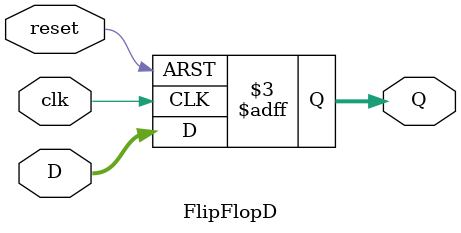
<source format=v>
`timescale 1ns / 1ps

module FlipFlopD(
    input [3:0] D,
    input clk,
    input reset,
    output reg [3:0] Q
    );

	always @(posedge clk, posedge reset)
		begin
			if(reset == 1)
				begin
					Q<=0;
				end
			else
				begin
					Q<=D;
				end
		end

endmodule
</source>
